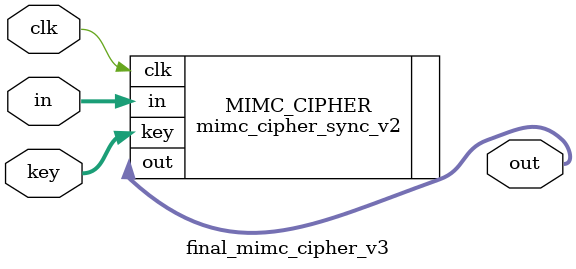
<source format=v>



module final_mimc_cipher_v3 #(
	parameter N_BITS = 254
) (
	input clk,
	input  [N_BITS-1:0] in,
	input  [N_BITS-1:0] key,
	output [N_BITS-1:0] out
);

mimc_cipher_sync_v2 #(
	.N_BITS(N_BITS)
) MIMC_CIPHER (
	.clk(clk),
	.in(in),
	.key(key),
	.out(out)
);

endmodule

</source>
